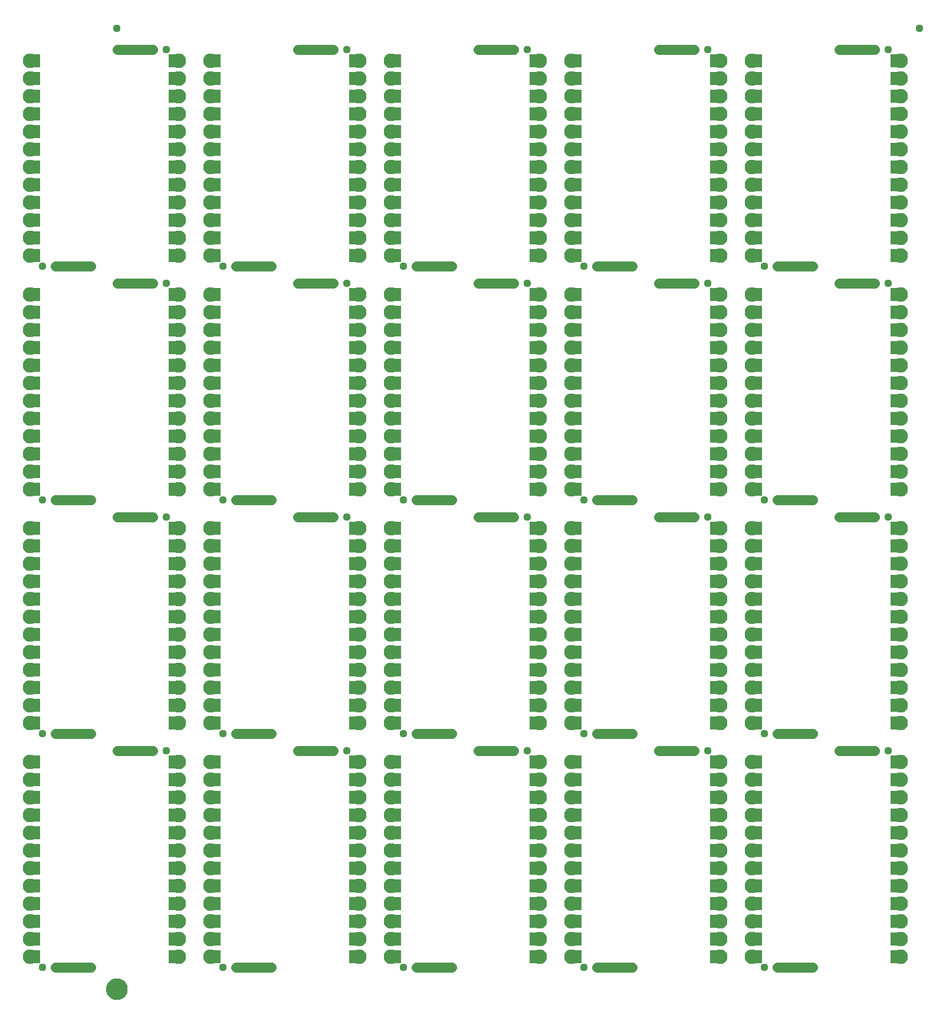
<source format=gbs>
G04 EAGLE Gerber RS-274X export*
G75*
%MOMM*%
%FSLAX34Y34*%
%LPD*%
%INSoldermask Bottom*%
%IPPOS*%
%AMOC8*
5,1,8,0,0,1.08239X$1,22.5*%
G01*
%ADD10C,1.127000*%
%ADD11R,1.905000X1.905000*%
%ADD12C,2.125981*%
%ADD13C,1.397000*%
%ADD14C,1.270000*%
%ADD15C,1.627000*%


D10*
X190500Y320675D03*
X12700Y9525D03*
D11*
X0Y279400D03*
D12*
X-5080Y279400D03*
D11*
X0Y254000D03*
D12*
X-5080Y254000D03*
D11*
X0Y228600D03*
D12*
X-5080Y228600D03*
D11*
X0Y304800D03*
D12*
X-5080Y304800D03*
D11*
X0Y203200D03*
D12*
X-5080Y203200D03*
D11*
X0Y177800D03*
D12*
X-5080Y177800D03*
D11*
X0Y152400D03*
D12*
X-5080Y152400D03*
D11*
X0Y127000D03*
D12*
X-5080Y127000D03*
D11*
X0Y101600D03*
D12*
X-5080Y101600D03*
D11*
X0Y76200D03*
D12*
X-5080Y76200D03*
D11*
X0Y50800D03*
D12*
X-5080Y50800D03*
D11*
X0Y25400D03*
D12*
X-5080Y25400D03*
D11*
X203200Y25400D03*
D12*
X208280Y25400D03*
D11*
X203200Y50800D03*
D12*
X208280Y50800D03*
D11*
X203200Y76200D03*
D12*
X208280Y76200D03*
D11*
X203200Y101600D03*
D12*
X208280Y101600D03*
D11*
X203200Y127000D03*
D12*
X208280Y127000D03*
D11*
X203200Y152400D03*
D12*
X208280Y152400D03*
D11*
X203200Y177800D03*
D12*
X208280Y177800D03*
D11*
X203200Y203200D03*
D12*
X208280Y203200D03*
D11*
X203200Y228600D03*
D12*
X208280Y228600D03*
D11*
X203200Y254000D03*
D12*
X208280Y254000D03*
D11*
X203200Y279400D03*
D12*
X208280Y279400D03*
D11*
X203200Y304800D03*
D12*
X208280Y304800D03*
D13*
X82550Y9525D02*
X31750Y9525D01*
X120650Y320675D02*
X171450Y320675D01*
D10*
X449580Y320675D03*
X271780Y9525D03*
D11*
X259080Y279400D03*
D12*
X254000Y279400D03*
D11*
X259080Y254000D03*
D12*
X254000Y254000D03*
D11*
X259080Y228600D03*
D12*
X254000Y228600D03*
D11*
X259080Y304800D03*
D12*
X254000Y304800D03*
D11*
X259080Y203200D03*
D12*
X254000Y203200D03*
D11*
X259080Y177800D03*
D12*
X254000Y177800D03*
D11*
X259080Y152400D03*
D12*
X254000Y152400D03*
D11*
X259080Y127000D03*
D12*
X254000Y127000D03*
D11*
X259080Y101600D03*
D12*
X254000Y101600D03*
D11*
X259080Y76200D03*
D12*
X254000Y76200D03*
D11*
X259080Y50800D03*
D12*
X254000Y50800D03*
D11*
X259080Y25400D03*
D12*
X254000Y25400D03*
D11*
X462280Y25400D03*
D12*
X467360Y25400D03*
D11*
X462280Y50800D03*
D12*
X467360Y50800D03*
D11*
X462280Y76200D03*
D12*
X467360Y76200D03*
D11*
X462280Y101600D03*
D12*
X467360Y101600D03*
D11*
X462280Y127000D03*
D12*
X467360Y127000D03*
D11*
X462280Y152400D03*
D12*
X467360Y152400D03*
D11*
X462280Y177800D03*
D12*
X467360Y177800D03*
D11*
X462280Y203200D03*
D12*
X467360Y203200D03*
D11*
X462280Y228600D03*
D12*
X467360Y228600D03*
D11*
X462280Y254000D03*
D12*
X467360Y254000D03*
D11*
X462280Y279400D03*
D12*
X467360Y279400D03*
D11*
X462280Y304800D03*
D12*
X467360Y304800D03*
D13*
X341630Y9525D02*
X290830Y9525D01*
X379730Y320675D02*
X430530Y320675D01*
D10*
X708660Y320675D03*
X530860Y9525D03*
D11*
X518160Y279400D03*
D12*
X513080Y279400D03*
D11*
X518160Y254000D03*
D12*
X513080Y254000D03*
D11*
X518160Y228600D03*
D12*
X513080Y228600D03*
D11*
X518160Y304800D03*
D12*
X513080Y304800D03*
D11*
X518160Y203200D03*
D12*
X513080Y203200D03*
D11*
X518160Y177800D03*
D12*
X513080Y177800D03*
D11*
X518160Y152400D03*
D12*
X513080Y152400D03*
D11*
X518160Y127000D03*
D12*
X513080Y127000D03*
D11*
X518160Y101600D03*
D12*
X513080Y101600D03*
D11*
X518160Y76200D03*
D12*
X513080Y76200D03*
D11*
X518160Y50800D03*
D12*
X513080Y50800D03*
D11*
X518160Y25400D03*
D12*
X513080Y25400D03*
D11*
X721360Y25400D03*
D12*
X726440Y25400D03*
D11*
X721360Y50800D03*
D12*
X726440Y50800D03*
D11*
X721360Y76200D03*
D12*
X726440Y76200D03*
D11*
X721360Y101600D03*
D12*
X726440Y101600D03*
D11*
X721360Y127000D03*
D12*
X726440Y127000D03*
D11*
X721360Y152400D03*
D12*
X726440Y152400D03*
D11*
X721360Y177800D03*
D12*
X726440Y177800D03*
D11*
X721360Y203200D03*
D12*
X726440Y203200D03*
D11*
X721360Y228600D03*
D12*
X726440Y228600D03*
D11*
X721360Y254000D03*
D12*
X726440Y254000D03*
D11*
X721360Y279400D03*
D12*
X726440Y279400D03*
D11*
X721360Y304800D03*
D12*
X726440Y304800D03*
D13*
X600710Y9525D02*
X549910Y9525D01*
X638810Y320675D02*
X689610Y320675D01*
D10*
X967740Y320675D03*
X789940Y9525D03*
D11*
X777240Y279400D03*
D12*
X772160Y279400D03*
D11*
X777240Y254000D03*
D12*
X772160Y254000D03*
D11*
X777240Y228600D03*
D12*
X772160Y228600D03*
D11*
X777240Y304800D03*
D12*
X772160Y304800D03*
D11*
X777240Y203200D03*
D12*
X772160Y203200D03*
D11*
X777240Y177800D03*
D12*
X772160Y177800D03*
D11*
X777240Y152400D03*
D12*
X772160Y152400D03*
D11*
X777240Y127000D03*
D12*
X772160Y127000D03*
D11*
X777240Y101600D03*
D12*
X772160Y101600D03*
D11*
X777240Y76200D03*
D12*
X772160Y76200D03*
D11*
X777240Y50800D03*
D12*
X772160Y50800D03*
D11*
X777240Y25400D03*
D12*
X772160Y25400D03*
D11*
X980440Y25400D03*
D12*
X985520Y25400D03*
D11*
X980440Y50800D03*
D12*
X985520Y50800D03*
D11*
X980440Y76200D03*
D12*
X985520Y76200D03*
D11*
X980440Y101600D03*
D12*
X985520Y101600D03*
D11*
X980440Y127000D03*
D12*
X985520Y127000D03*
D11*
X980440Y152400D03*
D12*
X985520Y152400D03*
D11*
X980440Y177800D03*
D12*
X985520Y177800D03*
D11*
X980440Y203200D03*
D12*
X985520Y203200D03*
D11*
X980440Y228600D03*
D12*
X985520Y228600D03*
D11*
X980440Y254000D03*
D12*
X985520Y254000D03*
D11*
X980440Y279400D03*
D12*
X985520Y279400D03*
D11*
X980440Y304800D03*
D12*
X985520Y304800D03*
D13*
X859790Y9525D02*
X808990Y9525D01*
X897890Y320675D02*
X948690Y320675D01*
D10*
X1226820Y320675D03*
X1049020Y9525D03*
D11*
X1036320Y279400D03*
D12*
X1031240Y279400D03*
D11*
X1036320Y254000D03*
D12*
X1031240Y254000D03*
D11*
X1036320Y228600D03*
D12*
X1031240Y228600D03*
D11*
X1036320Y304800D03*
D12*
X1031240Y304800D03*
D11*
X1036320Y203200D03*
D12*
X1031240Y203200D03*
D11*
X1036320Y177800D03*
D12*
X1031240Y177800D03*
D11*
X1036320Y152400D03*
D12*
X1031240Y152400D03*
D11*
X1036320Y127000D03*
D12*
X1031240Y127000D03*
D11*
X1036320Y101600D03*
D12*
X1031240Y101600D03*
D11*
X1036320Y76200D03*
D12*
X1031240Y76200D03*
D11*
X1036320Y50800D03*
D12*
X1031240Y50800D03*
D11*
X1036320Y25400D03*
D12*
X1031240Y25400D03*
D11*
X1239520Y25400D03*
D12*
X1244600Y25400D03*
D11*
X1239520Y50800D03*
D12*
X1244600Y50800D03*
D11*
X1239520Y76200D03*
D12*
X1244600Y76200D03*
D11*
X1239520Y101600D03*
D12*
X1244600Y101600D03*
D11*
X1239520Y127000D03*
D12*
X1244600Y127000D03*
D11*
X1239520Y152400D03*
D12*
X1244600Y152400D03*
D11*
X1239520Y177800D03*
D12*
X1244600Y177800D03*
D11*
X1239520Y203200D03*
D12*
X1244600Y203200D03*
D11*
X1239520Y228600D03*
D12*
X1244600Y228600D03*
D11*
X1239520Y254000D03*
D12*
X1244600Y254000D03*
D11*
X1239520Y279400D03*
D12*
X1244600Y279400D03*
D11*
X1239520Y304800D03*
D12*
X1244600Y304800D03*
D13*
X1118870Y9525D02*
X1068070Y9525D01*
X1156970Y320675D02*
X1207770Y320675D01*
D10*
X190500Y655955D03*
X12700Y344805D03*
D11*
X0Y614680D03*
D12*
X-5080Y614680D03*
D11*
X0Y589280D03*
D12*
X-5080Y589280D03*
D11*
X0Y563880D03*
D12*
X-5080Y563880D03*
D11*
X0Y640080D03*
D12*
X-5080Y640080D03*
D11*
X0Y538480D03*
D12*
X-5080Y538480D03*
D11*
X0Y513080D03*
D12*
X-5080Y513080D03*
D11*
X0Y487680D03*
D12*
X-5080Y487680D03*
D11*
X0Y462280D03*
D12*
X-5080Y462280D03*
D11*
X0Y436880D03*
D12*
X-5080Y436880D03*
D11*
X0Y411480D03*
D12*
X-5080Y411480D03*
D11*
X0Y386080D03*
D12*
X-5080Y386080D03*
D11*
X0Y360680D03*
D12*
X-5080Y360680D03*
D11*
X203200Y360680D03*
D12*
X208280Y360680D03*
D11*
X203200Y386080D03*
D12*
X208280Y386080D03*
D11*
X203200Y411480D03*
D12*
X208280Y411480D03*
D11*
X203200Y436880D03*
D12*
X208280Y436880D03*
D11*
X203200Y462280D03*
D12*
X208280Y462280D03*
D11*
X203200Y487680D03*
D12*
X208280Y487680D03*
D11*
X203200Y513080D03*
D12*
X208280Y513080D03*
D11*
X203200Y538480D03*
D12*
X208280Y538480D03*
D11*
X203200Y563880D03*
D12*
X208280Y563880D03*
D11*
X203200Y589280D03*
D12*
X208280Y589280D03*
D11*
X203200Y614680D03*
D12*
X208280Y614680D03*
D11*
X203200Y640080D03*
D12*
X208280Y640080D03*
D13*
X82550Y344805D02*
X31750Y344805D01*
X120650Y655955D02*
X171450Y655955D01*
D10*
X449580Y655955D03*
X271780Y344805D03*
D11*
X259080Y614680D03*
D12*
X254000Y614680D03*
D11*
X259080Y589280D03*
D12*
X254000Y589280D03*
D11*
X259080Y563880D03*
D12*
X254000Y563880D03*
D11*
X259080Y640080D03*
D12*
X254000Y640080D03*
D11*
X259080Y538480D03*
D12*
X254000Y538480D03*
D11*
X259080Y513080D03*
D12*
X254000Y513080D03*
D11*
X259080Y487680D03*
D12*
X254000Y487680D03*
D11*
X259080Y462280D03*
D12*
X254000Y462280D03*
D11*
X259080Y436880D03*
D12*
X254000Y436880D03*
D11*
X259080Y411480D03*
D12*
X254000Y411480D03*
D11*
X259080Y386080D03*
D12*
X254000Y386080D03*
D11*
X259080Y360680D03*
D12*
X254000Y360680D03*
D11*
X462280Y360680D03*
D12*
X467360Y360680D03*
D11*
X462280Y386080D03*
D12*
X467360Y386080D03*
D11*
X462280Y411480D03*
D12*
X467360Y411480D03*
D11*
X462280Y436880D03*
D12*
X467360Y436880D03*
D11*
X462280Y462280D03*
D12*
X467360Y462280D03*
D11*
X462280Y487680D03*
D12*
X467360Y487680D03*
D11*
X462280Y513080D03*
D12*
X467360Y513080D03*
D11*
X462280Y538480D03*
D12*
X467360Y538480D03*
D11*
X462280Y563880D03*
D12*
X467360Y563880D03*
D11*
X462280Y589280D03*
D12*
X467360Y589280D03*
D11*
X462280Y614680D03*
D12*
X467360Y614680D03*
D11*
X462280Y640080D03*
D12*
X467360Y640080D03*
D13*
X341630Y344805D02*
X290830Y344805D01*
X379730Y655955D02*
X430530Y655955D01*
D10*
X708660Y655955D03*
X530860Y344805D03*
D11*
X518160Y614680D03*
D12*
X513080Y614680D03*
D11*
X518160Y589280D03*
D12*
X513080Y589280D03*
D11*
X518160Y563880D03*
D12*
X513080Y563880D03*
D11*
X518160Y640080D03*
D12*
X513080Y640080D03*
D11*
X518160Y538480D03*
D12*
X513080Y538480D03*
D11*
X518160Y513080D03*
D12*
X513080Y513080D03*
D11*
X518160Y487680D03*
D12*
X513080Y487680D03*
D11*
X518160Y462280D03*
D12*
X513080Y462280D03*
D11*
X518160Y436880D03*
D12*
X513080Y436880D03*
D11*
X518160Y411480D03*
D12*
X513080Y411480D03*
D11*
X518160Y386080D03*
D12*
X513080Y386080D03*
D11*
X518160Y360680D03*
D12*
X513080Y360680D03*
D11*
X721360Y360680D03*
D12*
X726440Y360680D03*
D11*
X721360Y386080D03*
D12*
X726440Y386080D03*
D11*
X721360Y411480D03*
D12*
X726440Y411480D03*
D11*
X721360Y436880D03*
D12*
X726440Y436880D03*
D11*
X721360Y462280D03*
D12*
X726440Y462280D03*
D11*
X721360Y487680D03*
D12*
X726440Y487680D03*
D11*
X721360Y513080D03*
D12*
X726440Y513080D03*
D11*
X721360Y538480D03*
D12*
X726440Y538480D03*
D11*
X721360Y563880D03*
D12*
X726440Y563880D03*
D11*
X721360Y589280D03*
D12*
X726440Y589280D03*
D11*
X721360Y614680D03*
D12*
X726440Y614680D03*
D11*
X721360Y640080D03*
D12*
X726440Y640080D03*
D13*
X600710Y344805D02*
X549910Y344805D01*
X638810Y655955D02*
X689610Y655955D01*
D10*
X967740Y655955D03*
X789940Y344805D03*
D11*
X777240Y614680D03*
D12*
X772160Y614680D03*
D11*
X777240Y589280D03*
D12*
X772160Y589280D03*
D11*
X777240Y563880D03*
D12*
X772160Y563880D03*
D11*
X777240Y640080D03*
D12*
X772160Y640080D03*
D11*
X777240Y538480D03*
D12*
X772160Y538480D03*
D11*
X777240Y513080D03*
D12*
X772160Y513080D03*
D11*
X777240Y487680D03*
D12*
X772160Y487680D03*
D11*
X777240Y462280D03*
D12*
X772160Y462280D03*
D11*
X777240Y436880D03*
D12*
X772160Y436880D03*
D11*
X777240Y411480D03*
D12*
X772160Y411480D03*
D11*
X777240Y386080D03*
D12*
X772160Y386080D03*
D11*
X777240Y360680D03*
D12*
X772160Y360680D03*
D11*
X980440Y360680D03*
D12*
X985520Y360680D03*
D11*
X980440Y386080D03*
D12*
X985520Y386080D03*
D11*
X980440Y411480D03*
D12*
X985520Y411480D03*
D11*
X980440Y436880D03*
D12*
X985520Y436880D03*
D11*
X980440Y462280D03*
D12*
X985520Y462280D03*
D11*
X980440Y487680D03*
D12*
X985520Y487680D03*
D11*
X980440Y513080D03*
D12*
X985520Y513080D03*
D11*
X980440Y538480D03*
D12*
X985520Y538480D03*
D11*
X980440Y563880D03*
D12*
X985520Y563880D03*
D11*
X980440Y589280D03*
D12*
X985520Y589280D03*
D11*
X980440Y614680D03*
D12*
X985520Y614680D03*
D11*
X980440Y640080D03*
D12*
X985520Y640080D03*
D13*
X859790Y344805D02*
X808990Y344805D01*
X897890Y655955D02*
X948690Y655955D01*
D10*
X1226820Y655955D03*
X1049020Y344805D03*
D11*
X1036320Y614680D03*
D12*
X1031240Y614680D03*
D11*
X1036320Y589280D03*
D12*
X1031240Y589280D03*
D11*
X1036320Y563880D03*
D12*
X1031240Y563880D03*
D11*
X1036320Y640080D03*
D12*
X1031240Y640080D03*
D11*
X1036320Y538480D03*
D12*
X1031240Y538480D03*
D11*
X1036320Y513080D03*
D12*
X1031240Y513080D03*
D11*
X1036320Y487680D03*
D12*
X1031240Y487680D03*
D11*
X1036320Y462280D03*
D12*
X1031240Y462280D03*
D11*
X1036320Y436880D03*
D12*
X1031240Y436880D03*
D11*
X1036320Y411480D03*
D12*
X1031240Y411480D03*
D11*
X1036320Y386080D03*
D12*
X1031240Y386080D03*
D11*
X1036320Y360680D03*
D12*
X1031240Y360680D03*
D11*
X1239520Y360680D03*
D12*
X1244600Y360680D03*
D11*
X1239520Y386080D03*
D12*
X1244600Y386080D03*
D11*
X1239520Y411480D03*
D12*
X1244600Y411480D03*
D11*
X1239520Y436880D03*
D12*
X1244600Y436880D03*
D11*
X1239520Y462280D03*
D12*
X1244600Y462280D03*
D11*
X1239520Y487680D03*
D12*
X1244600Y487680D03*
D11*
X1239520Y513080D03*
D12*
X1244600Y513080D03*
D11*
X1239520Y538480D03*
D12*
X1244600Y538480D03*
D11*
X1239520Y563880D03*
D12*
X1244600Y563880D03*
D11*
X1239520Y589280D03*
D12*
X1244600Y589280D03*
D11*
X1239520Y614680D03*
D12*
X1244600Y614680D03*
D11*
X1239520Y640080D03*
D12*
X1244600Y640080D03*
D13*
X1118870Y344805D02*
X1068070Y344805D01*
X1156970Y655955D02*
X1207770Y655955D01*
D10*
X190500Y991235D03*
X12700Y680085D03*
D11*
X0Y949960D03*
D12*
X-5080Y949960D03*
D11*
X0Y924560D03*
D12*
X-5080Y924560D03*
D11*
X0Y899160D03*
D12*
X-5080Y899160D03*
D11*
X0Y975360D03*
D12*
X-5080Y975360D03*
D11*
X0Y873760D03*
D12*
X-5080Y873760D03*
D11*
X0Y848360D03*
D12*
X-5080Y848360D03*
D11*
X0Y822960D03*
D12*
X-5080Y822960D03*
D11*
X0Y797560D03*
D12*
X-5080Y797560D03*
D11*
X0Y772160D03*
D12*
X-5080Y772160D03*
D11*
X0Y746760D03*
D12*
X-5080Y746760D03*
D11*
X0Y721360D03*
D12*
X-5080Y721360D03*
D11*
X0Y695960D03*
D12*
X-5080Y695960D03*
D11*
X203200Y695960D03*
D12*
X208280Y695960D03*
D11*
X203200Y721360D03*
D12*
X208280Y721360D03*
D11*
X203200Y746760D03*
D12*
X208280Y746760D03*
D11*
X203200Y772160D03*
D12*
X208280Y772160D03*
D11*
X203200Y797560D03*
D12*
X208280Y797560D03*
D11*
X203200Y822960D03*
D12*
X208280Y822960D03*
D11*
X203200Y848360D03*
D12*
X208280Y848360D03*
D11*
X203200Y873760D03*
D12*
X208280Y873760D03*
D11*
X203200Y899160D03*
D12*
X208280Y899160D03*
D11*
X203200Y924560D03*
D12*
X208280Y924560D03*
D11*
X203200Y949960D03*
D12*
X208280Y949960D03*
D11*
X203200Y975360D03*
D12*
X208280Y975360D03*
D13*
X82550Y680085D02*
X31750Y680085D01*
X120650Y991235D02*
X171450Y991235D01*
D10*
X449580Y991235D03*
X271780Y680085D03*
D11*
X259080Y949960D03*
D12*
X254000Y949960D03*
D11*
X259080Y924560D03*
D12*
X254000Y924560D03*
D11*
X259080Y899160D03*
D12*
X254000Y899160D03*
D11*
X259080Y975360D03*
D12*
X254000Y975360D03*
D11*
X259080Y873760D03*
D12*
X254000Y873760D03*
D11*
X259080Y848360D03*
D12*
X254000Y848360D03*
D11*
X259080Y822960D03*
D12*
X254000Y822960D03*
D11*
X259080Y797560D03*
D12*
X254000Y797560D03*
D11*
X259080Y772160D03*
D12*
X254000Y772160D03*
D11*
X259080Y746760D03*
D12*
X254000Y746760D03*
D11*
X259080Y721360D03*
D12*
X254000Y721360D03*
D11*
X259080Y695960D03*
D12*
X254000Y695960D03*
D11*
X462280Y695960D03*
D12*
X467360Y695960D03*
D11*
X462280Y721360D03*
D12*
X467360Y721360D03*
D11*
X462280Y746760D03*
D12*
X467360Y746760D03*
D11*
X462280Y772160D03*
D12*
X467360Y772160D03*
D11*
X462280Y797560D03*
D12*
X467360Y797560D03*
D11*
X462280Y822960D03*
D12*
X467360Y822960D03*
D11*
X462280Y848360D03*
D12*
X467360Y848360D03*
D11*
X462280Y873760D03*
D12*
X467360Y873760D03*
D11*
X462280Y899160D03*
D12*
X467360Y899160D03*
D11*
X462280Y924560D03*
D12*
X467360Y924560D03*
D11*
X462280Y949960D03*
D12*
X467360Y949960D03*
D11*
X462280Y975360D03*
D12*
X467360Y975360D03*
D13*
X341630Y680085D02*
X290830Y680085D01*
X379730Y991235D02*
X430530Y991235D01*
D10*
X708660Y991235D03*
X530860Y680085D03*
D11*
X518160Y949960D03*
D12*
X513080Y949960D03*
D11*
X518160Y924560D03*
D12*
X513080Y924560D03*
D11*
X518160Y899160D03*
D12*
X513080Y899160D03*
D11*
X518160Y975360D03*
D12*
X513080Y975360D03*
D11*
X518160Y873760D03*
D12*
X513080Y873760D03*
D11*
X518160Y848360D03*
D12*
X513080Y848360D03*
D11*
X518160Y822960D03*
D12*
X513080Y822960D03*
D11*
X518160Y797560D03*
D12*
X513080Y797560D03*
D11*
X518160Y772160D03*
D12*
X513080Y772160D03*
D11*
X518160Y746760D03*
D12*
X513080Y746760D03*
D11*
X518160Y721360D03*
D12*
X513080Y721360D03*
D11*
X518160Y695960D03*
D12*
X513080Y695960D03*
D11*
X721360Y695960D03*
D12*
X726440Y695960D03*
D11*
X721360Y721360D03*
D12*
X726440Y721360D03*
D11*
X721360Y746760D03*
D12*
X726440Y746760D03*
D11*
X721360Y772160D03*
D12*
X726440Y772160D03*
D11*
X721360Y797560D03*
D12*
X726440Y797560D03*
D11*
X721360Y822960D03*
D12*
X726440Y822960D03*
D11*
X721360Y848360D03*
D12*
X726440Y848360D03*
D11*
X721360Y873760D03*
D12*
X726440Y873760D03*
D11*
X721360Y899160D03*
D12*
X726440Y899160D03*
D11*
X721360Y924560D03*
D12*
X726440Y924560D03*
D11*
X721360Y949960D03*
D12*
X726440Y949960D03*
D11*
X721360Y975360D03*
D12*
X726440Y975360D03*
D13*
X600710Y680085D02*
X549910Y680085D01*
X638810Y991235D02*
X689610Y991235D01*
D10*
X967740Y991235D03*
X789940Y680085D03*
D11*
X777240Y949960D03*
D12*
X772160Y949960D03*
D11*
X777240Y924560D03*
D12*
X772160Y924560D03*
D11*
X777240Y899160D03*
D12*
X772160Y899160D03*
D11*
X777240Y975360D03*
D12*
X772160Y975360D03*
D11*
X777240Y873760D03*
D12*
X772160Y873760D03*
D11*
X777240Y848360D03*
D12*
X772160Y848360D03*
D11*
X777240Y822960D03*
D12*
X772160Y822960D03*
D11*
X777240Y797560D03*
D12*
X772160Y797560D03*
D11*
X777240Y772160D03*
D12*
X772160Y772160D03*
D11*
X777240Y746760D03*
D12*
X772160Y746760D03*
D11*
X777240Y721360D03*
D12*
X772160Y721360D03*
D11*
X777240Y695960D03*
D12*
X772160Y695960D03*
D11*
X980440Y695960D03*
D12*
X985520Y695960D03*
D11*
X980440Y721360D03*
D12*
X985520Y721360D03*
D11*
X980440Y746760D03*
D12*
X985520Y746760D03*
D11*
X980440Y772160D03*
D12*
X985520Y772160D03*
D11*
X980440Y797560D03*
D12*
X985520Y797560D03*
D11*
X980440Y822960D03*
D12*
X985520Y822960D03*
D11*
X980440Y848360D03*
D12*
X985520Y848360D03*
D11*
X980440Y873760D03*
D12*
X985520Y873760D03*
D11*
X980440Y899160D03*
D12*
X985520Y899160D03*
D11*
X980440Y924560D03*
D12*
X985520Y924560D03*
D11*
X980440Y949960D03*
D12*
X985520Y949960D03*
D11*
X980440Y975360D03*
D12*
X985520Y975360D03*
D13*
X859790Y680085D02*
X808990Y680085D01*
X897890Y991235D02*
X948690Y991235D01*
D10*
X1226820Y991235D03*
X1049020Y680085D03*
D11*
X1036320Y949960D03*
D12*
X1031240Y949960D03*
D11*
X1036320Y924560D03*
D12*
X1031240Y924560D03*
D11*
X1036320Y899160D03*
D12*
X1031240Y899160D03*
D11*
X1036320Y975360D03*
D12*
X1031240Y975360D03*
D11*
X1036320Y873760D03*
D12*
X1031240Y873760D03*
D11*
X1036320Y848360D03*
D12*
X1031240Y848360D03*
D11*
X1036320Y822960D03*
D12*
X1031240Y822960D03*
D11*
X1036320Y797560D03*
D12*
X1031240Y797560D03*
D11*
X1036320Y772160D03*
D12*
X1031240Y772160D03*
D11*
X1036320Y746760D03*
D12*
X1031240Y746760D03*
D11*
X1036320Y721360D03*
D12*
X1031240Y721360D03*
D11*
X1036320Y695960D03*
D12*
X1031240Y695960D03*
D11*
X1239520Y695960D03*
D12*
X1244600Y695960D03*
D11*
X1239520Y721360D03*
D12*
X1244600Y721360D03*
D11*
X1239520Y746760D03*
D12*
X1244600Y746760D03*
D11*
X1239520Y772160D03*
D12*
X1244600Y772160D03*
D11*
X1239520Y797560D03*
D12*
X1244600Y797560D03*
D11*
X1239520Y822960D03*
D12*
X1244600Y822960D03*
D11*
X1239520Y848360D03*
D12*
X1244600Y848360D03*
D11*
X1239520Y873760D03*
D12*
X1244600Y873760D03*
D11*
X1239520Y899160D03*
D12*
X1244600Y899160D03*
D11*
X1239520Y924560D03*
D12*
X1244600Y924560D03*
D11*
X1239520Y949960D03*
D12*
X1244600Y949960D03*
D11*
X1239520Y975360D03*
D12*
X1244600Y975360D03*
D13*
X1118870Y680085D02*
X1068070Y680085D01*
X1156970Y991235D02*
X1207770Y991235D01*
D10*
X190500Y1326515D03*
X12700Y1015365D03*
D11*
X0Y1285240D03*
D12*
X-5080Y1285240D03*
D11*
X0Y1259840D03*
D12*
X-5080Y1259840D03*
D11*
X0Y1234440D03*
D12*
X-5080Y1234440D03*
D11*
X0Y1310640D03*
D12*
X-5080Y1310640D03*
D11*
X0Y1209040D03*
D12*
X-5080Y1209040D03*
D11*
X0Y1183640D03*
D12*
X-5080Y1183640D03*
D11*
X0Y1158240D03*
D12*
X-5080Y1158240D03*
D11*
X0Y1132840D03*
D12*
X-5080Y1132840D03*
D11*
X0Y1107440D03*
D12*
X-5080Y1107440D03*
D11*
X0Y1082040D03*
D12*
X-5080Y1082040D03*
D11*
X0Y1056640D03*
D12*
X-5080Y1056640D03*
D11*
X0Y1031240D03*
D12*
X-5080Y1031240D03*
D11*
X203200Y1031240D03*
D12*
X208280Y1031240D03*
D11*
X203200Y1056640D03*
D12*
X208280Y1056640D03*
D11*
X203200Y1082040D03*
D12*
X208280Y1082040D03*
D11*
X203200Y1107440D03*
D12*
X208280Y1107440D03*
D11*
X203200Y1132840D03*
D12*
X208280Y1132840D03*
D11*
X203200Y1158240D03*
D12*
X208280Y1158240D03*
D11*
X203200Y1183640D03*
D12*
X208280Y1183640D03*
D11*
X203200Y1209040D03*
D12*
X208280Y1209040D03*
D11*
X203200Y1234440D03*
D12*
X208280Y1234440D03*
D11*
X203200Y1259840D03*
D12*
X208280Y1259840D03*
D11*
X203200Y1285240D03*
D12*
X208280Y1285240D03*
D11*
X203200Y1310640D03*
D12*
X208280Y1310640D03*
D13*
X82550Y1015365D02*
X31750Y1015365D01*
X120650Y1326515D02*
X171450Y1326515D01*
D10*
X449580Y1326515D03*
X271780Y1015365D03*
D11*
X259080Y1285240D03*
D12*
X254000Y1285240D03*
D11*
X259080Y1259840D03*
D12*
X254000Y1259840D03*
D11*
X259080Y1234440D03*
D12*
X254000Y1234440D03*
D11*
X259080Y1310640D03*
D12*
X254000Y1310640D03*
D11*
X259080Y1209040D03*
D12*
X254000Y1209040D03*
D11*
X259080Y1183640D03*
D12*
X254000Y1183640D03*
D11*
X259080Y1158240D03*
D12*
X254000Y1158240D03*
D11*
X259080Y1132840D03*
D12*
X254000Y1132840D03*
D11*
X259080Y1107440D03*
D12*
X254000Y1107440D03*
D11*
X259080Y1082040D03*
D12*
X254000Y1082040D03*
D11*
X259080Y1056640D03*
D12*
X254000Y1056640D03*
D11*
X259080Y1031240D03*
D12*
X254000Y1031240D03*
D11*
X462280Y1031240D03*
D12*
X467360Y1031240D03*
D11*
X462280Y1056640D03*
D12*
X467360Y1056640D03*
D11*
X462280Y1082040D03*
D12*
X467360Y1082040D03*
D11*
X462280Y1107440D03*
D12*
X467360Y1107440D03*
D11*
X462280Y1132840D03*
D12*
X467360Y1132840D03*
D11*
X462280Y1158240D03*
D12*
X467360Y1158240D03*
D11*
X462280Y1183640D03*
D12*
X467360Y1183640D03*
D11*
X462280Y1209040D03*
D12*
X467360Y1209040D03*
D11*
X462280Y1234440D03*
D12*
X467360Y1234440D03*
D11*
X462280Y1259840D03*
D12*
X467360Y1259840D03*
D11*
X462280Y1285240D03*
D12*
X467360Y1285240D03*
D11*
X462280Y1310640D03*
D12*
X467360Y1310640D03*
D13*
X341630Y1015365D02*
X290830Y1015365D01*
X379730Y1326515D02*
X430530Y1326515D01*
D10*
X708660Y1326515D03*
X530860Y1015365D03*
D11*
X518160Y1285240D03*
D12*
X513080Y1285240D03*
D11*
X518160Y1259840D03*
D12*
X513080Y1259840D03*
D11*
X518160Y1234440D03*
D12*
X513080Y1234440D03*
D11*
X518160Y1310640D03*
D12*
X513080Y1310640D03*
D11*
X518160Y1209040D03*
D12*
X513080Y1209040D03*
D11*
X518160Y1183640D03*
D12*
X513080Y1183640D03*
D11*
X518160Y1158240D03*
D12*
X513080Y1158240D03*
D11*
X518160Y1132840D03*
D12*
X513080Y1132840D03*
D11*
X518160Y1107440D03*
D12*
X513080Y1107440D03*
D11*
X518160Y1082040D03*
D12*
X513080Y1082040D03*
D11*
X518160Y1056640D03*
D12*
X513080Y1056640D03*
D11*
X518160Y1031240D03*
D12*
X513080Y1031240D03*
D11*
X721360Y1031240D03*
D12*
X726440Y1031240D03*
D11*
X721360Y1056640D03*
D12*
X726440Y1056640D03*
D11*
X721360Y1082040D03*
D12*
X726440Y1082040D03*
D11*
X721360Y1107440D03*
D12*
X726440Y1107440D03*
D11*
X721360Y1132840D03*
D12*
X726440Y1132840D03*
D11*
X721360Y1158240D03*
D12*
X726440Y1158240D03*
D11*
X721360Y1183640D03*
D12*
X726440Y1183640D03*
D11*
X721360Y1209040D03*
D12*
X726440Y1209040D03*
D11*
X721360Y1234440D03*
D12*
X726440Y1234440D03*
D11*
X721360Y1259840D03*
D12*
X726440Y1259840D03*
D11*
X721360Y1285240D03*
D12*
X726440Y1285240D03*
D11*
X721360Y1310640D03*
D12*
X726440Y1310640D03*
D13*
X600710Y1015365D02*
X549910Y1015365D01*
X638810Y1326515D02*
X689610Y1326515D01*
D10*
X967740Y1326515D03*
X789940Y1015365D03*
D11*
X777240Y1285240D03*
D12*
X772160Y1285240D03*
D11*
X777240Y1259840D03*
D12*
X772160Y1259840D03*
D11*
X777240Y1234440D03*
D12*
X772160Y1234440D03*
D11*
X777240Y1310640D03*
D12*
X772160Y1310640D03*
D11*
X777240Y1209040D03*
D12*
X772160Y1209040D03*
D11*
X777240Y1183640D03*
D12*
X772160Y1183640D03*
D11*
X777240Y1158240D03*
D12*
X772160Y1158240D03*
D11*
X777240Y1132840D03*
D12*
X772160Y1132840D03*
D11*
X777240Y1107440D03*
D12*
X772160Y1107440D03*
D11*
X777240Y1082040D03*
D12*
X772160Y1082040D03*
D11*
X777240Y1056640D03*
D12*
X772160Y1056640D03*
D11*
X777240Y1031240D03*
D12*
X772160Y1031240D03*
D11*
X980440Y1031240D03*
D12*
X985520Y1031240D03*
D11*
X980440Y1056640D03*
D12*
X985520Y1056640D03*
D11*
X980440Y1082040D03*
D12*
X985520Y1082040D03*
D11*
X980440Y1107440D03*
D12*
X985520Y1107440D03*
D11*
X980440Y1132840D03*
D12*
X985520Y1132840D03*
D11*
X980440Y1158240D03*
D12*
X985520Y1158240D03*
D11*
X980440Y1183640D03*
D12*
X985520Y1183640D03*
D11*
X980440Y1209040D03*
D12*
X985520Y1209040D03*
D11*
X980440Y1234440D03*
D12*
X985520Y1234440D03*
D11*
X980440Y1259840D03*
D12*
X985520Y1259840D03*
D11*
X980440Y1285240D03*
D12*
X985520Y1285240D03*
D11*
X980440Y1310640D03*
D12*
X985520Y1310640D03*
D13*
X859790Y1015365D02*
X808990Y1015365D01*
X897890Y1326515D02*
X948690Y1326515D01*
D10*
X1226820Y1326515D03*
X1049020Y1015365D03*
D11*
X1036320Y1285240D03*
D12*
X1031240Y1285240D03*
D11*
X1036320Y1259840D03*
D12*
X1031240Y1259840D03*
D11*
X1036320Y1234440D03*
D12*
X1031240Y1234440D03*
D11*
X1036320Y1310640D03*
D12*
X1031240Y1310640D03*
D11*
X1036320Y1209040D03*
D12*
X1031240Y1209040D03*
D11*
X1036320Y1183640D03*
D12*
X1031240Y1183640D03*
D11*
X1036320Y1158240D03*
D12*
X1031240Y1158240D03*
D11*
X1036320Y1132840D03*
D12*
X1031240Y1132840D03*
D11*
X1036320Y1107440D03*
D12*
X1031240Y1107440D03*
D11*
X1036320Y1082040D03*
D12*
X1031240Y1082040D03*
D11*
X1036320Y1056640D03*
D12*
X1031240Y1056640D03*
D11*
X1036320Y1031240D03*
D12*
X1031240Y1031240D03*
D11*
X1239520Y1031240D03*
D12*
X1244600Y1031240D03*
D11*
X1239520Y1056640D03*
D12*
X1244600Y1056640D03*
D11*
X1239520Y1082040D03*
D12*
X1244600Y1082040D03*
D11*
X1239520Y1107440D03*
D12*
X1244600Y1107440D03*
D11*
X1239520Y1132840D03*
D12*
X1244600Y1132840D03*
D11*
X1239520Y1158240D03*
D12*
X1244600Y1158240D03*
D11*
X1239520Y1183640D03*
D12*
X1244600Y1183640D03*
D11*
X1239520Y1209040D03*
D12*
X1244600Y1209040D03*
D11*
X1239520Y1234440D03*
D12*
X1244600Y1234440D03*
D11*
X1239520Y1259840D03*
D12*
X1244600Y1259840D03*
D11*
X1239520Y1285240D03*
D12*
X1244600Y1285240D03*
D11*
X1239520Y1310640D03*
D12*
X1244600Y1310640D03*
D13*
X1118870Y1015365D02*
X1068070Y1015365D01*
X1156970Y1326515D02*
X1207770Y1326515D01*
D10*
X119380Y1356995D03*
X1271905Y1356995D03*
D14*
X110325Y-20955D02*
X110328Y-20733D01*
X110336Y-20511D01*
X110350Y-20289D01*
X110369Y-20067D01*
X110393Y-19847D01*
X110423Y-19626D01*
X110458Y-19407D01*
X110499Y-19188D01*
X110545Y-18971D01*
X110596Y-18755D01*
X110653Y-18540D01*
X110715Y-18326D01*
X110782Y-18115D01*
X110854Y-17904D01*
X110932Y-17696D01*
X111014Y-17490D01*
X111102Y-17286D01*
X111194Y-17083D01*
X111292Y-16884D01*
X111394Y-16687D01*
X111501Y-16492D01*
X111613Y-16300D01*
X111730Y-16111D01*
X111851Y-15924D01*
X111977Y-15741D01*
X112107Y-15561D01*
X112242Y-15384D01*
X112380Y-15211D01*
X112523Y-15041D01*
X112671Y-14874D01*
X112822Y-14711D01*
X112977Y-14552D01*
X113136Y-14397D01*
X113299Y-14246D01*
X113466Y-14098D01*
X113636Y-13955D01*
X113809Y-13817D01*
X113986Y-13682D01*
X114166Y-13552D01*
X114349Y-13426D01*
X114536Y-13305D01*
X114725Y-13188D01*
X114917Y-13076D01*
X115112Y-12969D01*
X115309Y-12867D01*
X115508Y-12769D01*
X115711Y-12677D01*
X115915Y-12589D01*
X116121Y-12507D01*
X116329Y-12429D01*
X116540Y-12357D01*
X116751Y-12290D01*
X116965Y-12228D01*
X117180Y-12171D01*
X117396Y-12120D01*
X117613Y-12074D01*
X117832Y-12033D01*
X118051Y-11998D01*
X118272Y-11968D01*
X118492Y-11944D01*
X118714Y-11925D01*
X118936Y-11911D01*
X119158Y-11903D01*
X119380Y-11900D01*
X119602Y-11903D01*
X119824Y-11911D01*
X120046Y-11925D01*
X120268Y-11944D01*
X120488Y-11968D01*
X120709Y-11998D01*
X120928Y-12033D01*
X121147Y-12074D01*
X121364Y-12120D01*
X121580Y-12171D01*
X121795Y-12228D01*
X122009Y-12290D01*
X122220Y-12357D01*
X122431Y-12429D01*
X122639Y-12507D01*
X122845Y-12589D01*
X123049Y-12677D01*
X123252Y-12769D01*
X123451Y-12867D01*
X123648Y-12969D01*
X123843Y-13076D01*
X124035Y-13188D01*
X124224Y-13305D01*
X124411Y-13426D01*
X124594Y-13552D01*
X124774Y-13682D01*
X124951Y-13817D01*
X125124Y-13955D01*
X125294Y-14098D01*
X125461Y-14246D01*
X125624Y-14397D01*
X125783Y-14552D01*
X125938Y-14711D01*
X126089Y-14874D01*
X126237Y-15041D01*
X126380Y-15211D01*
X126518Y-15384D01*
X126653Y-15561D01*
X126783Y-15741D01*
X126909Y-15924D01*
X127030Y-16111D01*
X127147Y-16300D01*
X127259Y-16492D01*
X127366Y-16687D01*
X127468Y-16884D01*
X127566Y-17083D01*
X127658Y-17286D01*
X127746Y-17490D01*
X127828Y-17696D01*
X127906Y-17904D01*
X127978Y-18115D01*
X128045Y-18326D01*
X128107Y-18540D01*
X128164Y-18755D01*
X128215Y-18971D01*
X128261Y-19188D01*
X128302Y-19407D01*
X128337Y-19626D01*
X128367Y-19847D01*
X128391Y-20067D01*
X128410Y-20289D01*
X128424Y-20511D01*
X128432Y-20733D01*
X128435Y-20955D01*
X128432Y-21177D01*
X128424Y-21399D01*
X128410Y-21621D01*
X128391Y-21843D01*
X128367Y-22063D01*
X128337Y-22284D01*
X128302Y-22503D01*
X128261Y-22722D01*
X128215Y-22939D01*
X128164Y-23155D01*
X128107Y-23370D01*
X128045Y-23584D01*
X127978Y-23795D01*
X127906Y-24006D01*
X127828Y-24214D01*
X127746Y-24420D01*
X127658Y-24624D01*
X127566Y-24827D01*
X127468Y-25026D01*
X127366Y-25223D01*
X127259Y-25418D01*
X127147Y-25610D01*
X127030Y-25799D01*
X126909Y-25986D01*
X126783Y-26169D01*
X126653Y-26349D01*
X126518Y-26526D01*
X126380Y-26699D01*
X126237Y-26869D01*
X126089Y-27036D01*
X125938Y-27199D01*
X125783Y-27358D01*
X125624Y-27513D01*
X125461Y-27664D01*
X125294Y-27812D01*
X125124Y-27955D01*
X124951Y-28093D01*
X124774Y-28228D01*
X124594Y-28358D01*
X124411Y-28484D01*
X124224Y-28605D01*
X124035Y-28722D01*
X123843Y-28834D01*
X123648Y-28941D01*
X123451Y-29043D01*
X123252Y-29141D01*
X123049Y-29233D01*
X122845Y-29321D01*
X122639Y-29403D01*
X122431Y-29481D01*
X122220Y-29553D01*
X122009Y-29620D01*
X121795Y-29682D01*
X121580Y-29739D01*
X121364Y-29790D01*
X121147Y-29836D01*
X120928Y-29877D01*
X120709Y-29912D01*
X120488Y-29942D01*
X120268Y-29966D01*
X120046Y-29985D01*
X119824Y-29999D01*
X119602Y-30007D01*
X119380Y-30010D01*
X119158Y-30007D01*
X118936Y-29999D01*
X118714Y-29985D01*
X118492Y-29966D01*
X118272Y-29942D01*
X118051Y-29912D01*
X117832Y-29877D01*
X117613Y-29836D01*
X117396Y-29790D01*
X117180Y-29739D01*
X116965Y-29682D01*
X116751Y-29620D01*
X116540Y-29553D01*
X116329Y-29481D01*
X116121Y-29403D01*
X115915Y-29321D01*
X115711Y-29233D01*
X115508Y-29141D01*
X115309Y-29043D01*
X115112Y-28941D01*
X114917Y-28834D01*
X114725Y-28722D01*
X114536Y-28605D01*
X114349Y-28484D01*
X114166Y-28358D01*
X113986Y-28228D01*
X113809Y-28093D01*
X113636Y-27955D01*
X113466Y-27812D01*
X113299Y-27664D01*
X113136Y-27513D01*
X112977Y-27358D01*
X112822Y-27199D01*
X112671Y-27036D01*
X112523Y-26869D01*
X112380Y-26699D01*
X112242Y-26526D01*
X112107Y-26349D01*
X111977Y-26169D01*
X111851Y-25986D01*
X111730Y-25799D01*
X111613Y-25610D01*
X111501Y-25418D01*
X111394Y-25223D01*
X111292Y-25026D01*
X111194Y-24827D01*
X111102Y-24624D01*
X111014Y-24420D01*
X110932Y-24214D01*
X110854Y-24006D01*
X110782Y-23795D01*
X110715Y-23584D01*
X110653Y-23370D01*
X110596Y-23155D01*
X110545Y-22939D01*
X110499Y-22722D01*
X110458Y-22503D01*
X110423Y-22284D01*
X110393Y-22063D01*
X110369Y-21843D01*
X110350Y-21621D01*
X110336Y-21399D01*
X110328Y-21177D01*
X110325Y-20955D01*
D15*
X119380Y-20955D03*
M02*

</source>
